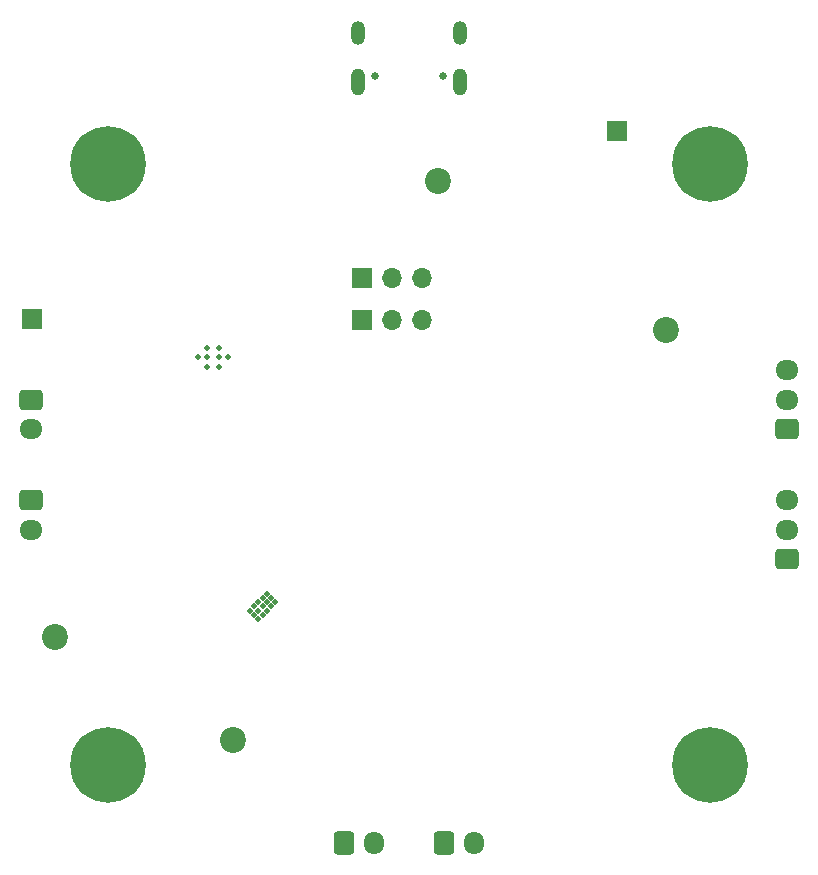
<source format=gbr>
%TF.GenerationSoftware,KiCad,Pcbnew,8.0.4*%
%TF.CreationDate,2024-11-01T13:20:14+09:00*%
%TF.ProjectId,Avio-BMS,4176696f-2d42-44d5-932e-6b696361645f,rev?*%
%TF.SameCoordinates,Original*%
%TF.FileFunction,Soldermask,Bot*%
%TF.FilePolarity,Negative*%
%FSLAX46Y46*%
G04 Gerber Fmt 4.6, Leading zero omitted, Abs format (unit mm)*
G04 Created by KiCad (PCBNEW 8.0.4) date 2024-11-01 13:20:14*
%MOMM*%
%LPD*%
G01*
G04 APERTURE LIST*
G04 Aperture macros list*
%AMRoundRect*
0 Rectangle with rounded corners*
0 $1 Rounding radius*
0 $2 $3 $4 $5 $6 $7 $8 $9 X,Y pos of 4 corners*
0 Add a 4 corners polygon primitive as box body*
4,1,4,$2,$3,$4,$5,$6,$7,$8,$9,$2,$3,0*
0 Add four circle primitives for the rounded corners*
1,1,$1+$1,$2,$3*
1,1,$1+$1,$4,$5*
1,1,$1+$1,$6,$7*
1,1,$1+$1,$8,$9*
0 Add four rect primitives between the rounded corners*
20,1,$1+$1,$2,$3,$4,$5,0*
20,1,$1+$1,$4,$5,$6,$7,0*
20,1,$1+$1,$6,$7,$8,$9,0*
20,1,$1+$1,$8,$9,$2,$3,0*%
G04 Aperture macros list end*
%ADD10R,1.700000X1.700000*%
%ADD11O,1.700000X1.700000*%
%ADD12C,0.504000*%
%ADD13C,2.200000*%
%ADD14RoundRect,0.250000X-0.725000X0.600000X-0.725000X-0.600000X0.725000X-0.600000X0.725000X0.600000X0*%
%ADD15O,1.950000X1.700000*%
%ADD16C,0.650000*%
%ADD17O,1.204000X2.004000*%
%ADD18O,1.204000X2.304000*%
%ADD19C,0.800000*%
%ADD20C,6.400000*%
%ADD21RoundRect,0.250000X-0.600000X-0.725000X0.600000X-0.725000X0.600000X0.725000X-0.600000X0.725000X0*%
%ADD22O,1.700000X1.950000*%
%ADD23RoundRect,0.250000X0.725000X-0.600000X0.725000X0.600000X-0.725000X0.600000X-0.725000X-0.600000X0*%
G04 APERTURE END LIST*
D10*
%TO.C,J5*%
X153375701Y-73550418D03*
D11*
X155915701Y-73550418D03*
X158455700Y-73550418D03*
%TD*%
D12*
%TO.C,U3*%
X145301149Y-96721666D03*
X145654703Y-97075219D03*
X146008256Y-97428773D03*
X144947596Y-97075219D03*
X145301149Y-97428773D03*
X145654703Y-97782326D03*
X144594043Y-97428773D03*
X144947596Y-97782326D03*
X145301149Y-98135879D03*
X144240489Y-97782326D03*
X144594043Y-98135879D03*
X144947596Y-98489433D03*
X143886936Y-98135879D03*
X144240489Y-98489433D03*
X144594043Y-98842986D03*
%TD*%
D13*
%TO.C,TP6*%
X142452885Y-109078084D03*
%TD*%
D14*
%TO.C,J6*%
X125346669Y-88784301D03*
D15*
X125346669Y-91284301D03*
%TD*%
D16*
%TO.C,J2*%
X160220920Y-52901801D03*
X154440918Y-52901801D03*
D17*
X161650919Y-49221801D03*
X153010919Y-49221801D03*
D18*
X161650919Y-53401801D03*
X153010919Y-53401801D03*
%TD*%
D14*
%TO.C,J7*%
X125346666Y-80284302D03*
D15*
X125346666Y-82784302D03*
%TD*%
D19*
%TO.C,H1*%
X180402511Y-60328458D03*
X181105455Y-58631402D03*
X181105455Y-62025514D03*
X182802511Y-57928458D03*
D20*
X182802511Y-60328458D03*
D19*
X182802511Y-62728458D03*
X184499567Y-58631402D03*
X184499567Y-62025514D03*
X185202511Y-60328458D03*
%TD*%
%TO.C,H4*%
X129490824Y-60328458D03*
X130193768Y-58631402D03*
X130193768Y-62025514D03*
X131890824Y-57928458D03*
D20*
X131890824Y-60328458D03*
D19*
X131890824Y-62728458D03*
X133587880Y-58631402D03*
X133587880Y-62025514D03*
X134290824Y-60328458D03*
%TD*%
D13*
%TO.C,TP4*%
X179146668Y-74384303D03*
%TD*%
D12*
%TO.C,U4*%
X139470066Y-76707490D03*
X140220066Y-77482490D03*
X140220066Y-76707490D03*
X140220066Y-75932490D03*
X141270066Y-77482490D03*
X141270066Y-76707490D03*
X141270066Y-75932490D03*
X142020066Y-76707490D03*
%TD*%
D19*
%TO.C,H3*%
X129490825Y-111240147D03*
X130193769Y-109543091D03*
X130193769Y-112937203D03*
X131890825Y-108840147D03*
D20*
X131890825Y-111240147D03*
D19*
X131890825Y-113640147D03*
X133587881Y-109543091D03*
X133587881Y-112937203D03*
X134290825Y-111240147D03*
%TD*%
D13*
%TO.C,TP3*%
X159846669Y-61785301D03*
%TD*%
D21*
%TO.C,J9*%
X151846666Y-117784303D03*
D22*
X154346666Y-117784303D03*
%TD*%
D23*
%TO.C,J1*%
X189346666Y-82784302D03*
D15*
X189346666Y-80284302D03*
X189346666Y-77784302D03*
%TD*%
D23*
%TO.C,J3*%
X189346667Y-93784303D03*
D15*
X189346667Y-91284303D03*
X189346667Y-88784303D03*
%TD*%
D10*
%TO.C,TP1*%
X174950724Y-57567839D03*
%TD*%
%TO.C,J4*%
X153375700Y-69945111D03*
D11*
X155915700Y-69945111D03*
X158455699Y-69945111D03*
%TD*%
D21*
%TO.C,J8*%
X160346667Y-117784303D03*
D22*
X162846667Y-117784303D03*
%TD*%
D13*
%TO.C,TP5*%
X127352885Y-100378084D03*
%TD*%
D10*
%TO.C,TP2*%
X125396194Y-73468890D03*
%TD*%
D19*
%TO.C,H2*%
X180402511Y-111240145D03*
X181105455Y-109543089D03*
X181105455Y-112937201D03*
X182802511Y-108840145D03*
D20*
X182802511Y-111240145D03*
D19*
X182802511Y-113640145D03*
X184499567Y-109543089D03*
X184499567Y-112937201D03*
X185202511Y-111240145D03*
%TD*%
M02*

</source>
